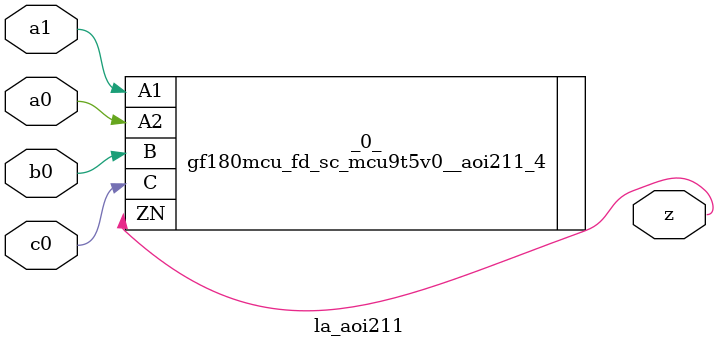
<source format=v>

/* Generated by Yosys 0.44 (git sha1 80ba43d26, g++ 11.4.0-1ubuntu1~22.04 -fPIC -O3) */

(* top =  1  *)
(* src = "inputs/la_aoi211.v:10.1-22.10" *)
module la_aoi211 (
    a0,
    a1,
    b0,
    c0,
    z
);
  (* src = "inputs/la_aoi211.v:13.12-13.14" *)
  input a0;
  wire a0;
  (* src = "inputs/la_aoi211.v:14.12-14.14" *)
  input a1;
  wire a1;
  (* src = "inputs/la_aoi211.v:15.12-15.14" *)
  input b0;
  wire b0;
  (* src = "inputs/la_aoi211.v:16.12-16.14" *)
  input c0;
  wire c0;
  (* src = "inputs/la_aoi211.v:17.12-17.13" *)
  output z;
  wire z;
  gf180mcu_fd_sc_mcu9t5v0__aoi211_4 _0_ (
      .A1(a1),
      .A2(a0),
      .B (b0),
      .C (c0),
      .ZN(z)
  );
endmodule

</source>
